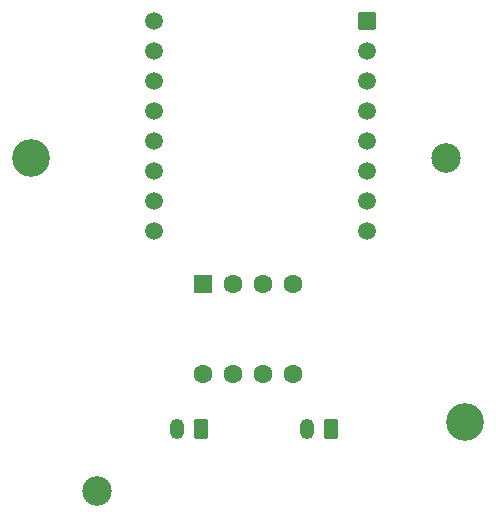
<source format=gbs>
%TF.GenerationSoftware,KiCad,Pcbnew,9.0.2*%
%TF.CreationDate,2025-05-25T16:27:06-07:00*%
%TF.ProjectId,PCB,5043422e-6b69-4636-9164-5f7063625858,rev?*%
%TF.SameCoordinates,Original*%
%TF.FileFunction,Soldermask,Bot*%
%TF.FilePolarity,Negative*%
%FSLAX46Y46*%
G04 Gerber Fmt 4.6, Leading zero omitted, Abs format (unit mm)*
G04 Created by KiCad (PCBNEW 9.0.2) date 2025-05-25 16:27:06*
%MOMM*%
%LPD*%
G01*
G04 APERTURE LIST*
G04 Aperture macros list*
%AMRoundRect*
0 Rectangle with rounded corners*
0 $1 Rounding radius*
0 $2 $3 $4 $5 $6 $7 $8 $9 X,Y pos of 4 corners*
0 Add a 4 corners polygon primitive as box body*
4,1,4,$2,$3,$4,$5,$6,$7,$8,$9,$2,$3,0*
0 Add four circle primitives for the rounded corners*
1,1,$1+$1,$2,$3*
1,1,$1+$1,$4,$5*
1,1,$1+$1,$6,$7*
1,1,$1+$1,$8,$9*
0 Add four rect primitives between the rounded corners*
20,1,$1+$1,$2,$3,$4,$5,0*
20,1,$1+$1,$4,$5,$6,$7,0*
20,1,$1+$1,$6,$7,$8,$9,0*
20,1,$1+$1,$8,$9,$2,$3,0*%
G04 Aperture macros list end*
%ADD10C,3.200000*%
%ADD11C,2.500000*%
%ADD12RoundRect,0.102000X0.654000X0.654000X-0.654000X0.654000X-0.654000X-0.654000X0.654000X-0.654000X0*%
%ADD13C,1.512000*%
%ADD14RoundRect,0.250000X-0.550000X0.550000X-0.550000X-0.550000X0.550000X-0.550000X0.550000X0.550000X0*%
%ADD15C,1.600000*%
%ADD16RoundRect,0.250000X0.350000X0.625000X-0.350000X0.625000X-0.350000X-0.625000X0.350000X-0.625000X0*%
%ADD17O,1.200000X1.750000*%
G04 APERTURE END LIST*
D10*
%TO.C,H1*%
X51600000Y-60600000D03*
%TD*%
D11*
%TO.C,H3*%
X86750000Y-60550000D03*
%TD*%
%TO.C,H4*%
X57250000Y-88750000D03*
%TD*%
D10*
%TO.C,H2*%
X88400000Y-82900000D03*
%TD*%
D12*
%TO.C,U2*%
X80034000Y-49000000D03*
D13*
X80034000Y-51540000D03*
X80034000Y-54080000D03*
X80034000Y-56620000D03*
X80034000Y-59160000D03*
X80034000Y-61700000D03*
X80034000Y-64240000D03*
X80034000Y-66780000D03*
X62000000Y-66780000D03*
X62000000Y-64240000D03*
X62000000Y-61700000D03*
X62000000Y-59160000D03*
X62000000Y-56620000D03*
X62000000Y-54080000D03*
X62000000Y-51540000D03*
X62000000Y-49000000D03*
%TD*%
D14*
%TO.C,U1*%
X66190000Y-71195000D03*
D15*
X68730000Y-71195000D03*
X71270000Y-71195000D03*
X73810000Y-71195000D03*
X73810000Y-78815000D03*
X71270000Y-78815000D03*
X68730000Y-78815000D03*
X66190000Y-78815000D03*
%TD*%
D16*
%TO.C,SPK1*%
X77000000Y-83550000D03*
D17*
X75000000Y-83550000D03*
%TD*%
D16*
%TO.C,BAT1*%
X66000000Y-83550000D03*
D17*
X64000000Y-83550000D03*
%TD*%
M02*

</source>
